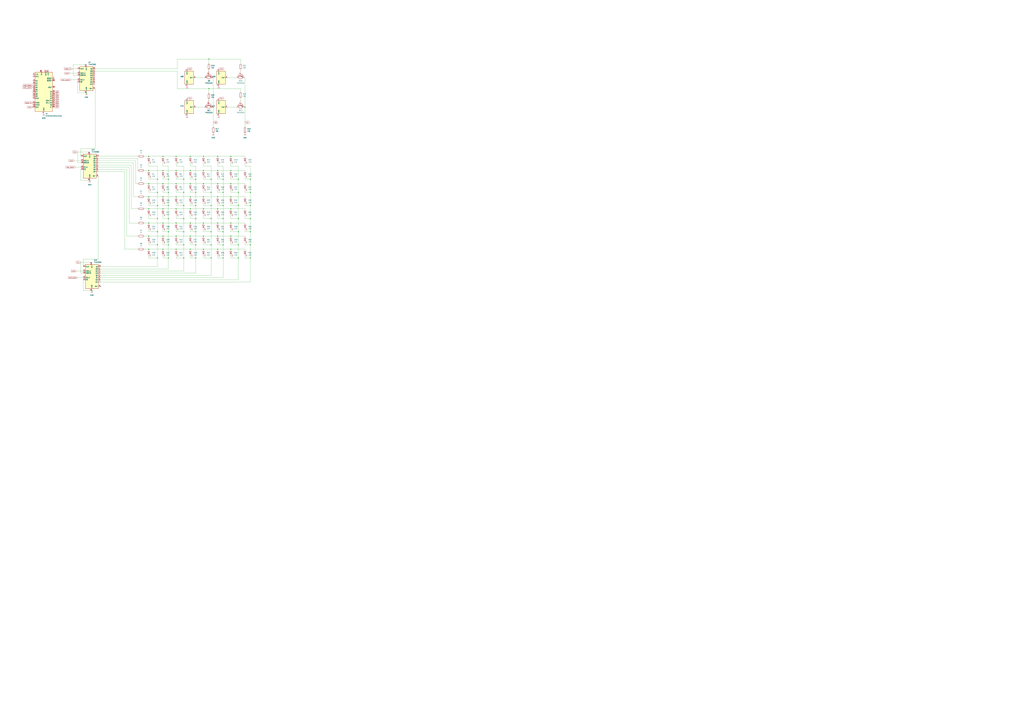
<source format=kicad_sch>
(kicad_sch (version 20230121) (generator eeschema)
  (paper "A0")
  (lib_symbols
    (symbol "74xx:74HC595"
      (property "Reference" "U" (at -7.62 13.97 0))
      (property "Value" "74HC595" (at -7.62 -16.51 0))
      (symbol "74HC595_1_0"
        (pin tri_state line (at 10.16 7.62 180) (length 2.54) (name "QB") (number "1"))
        (pin input line (at -10.16 2.54 0) (length 2.54) (name "~{SRCLR}") (number "10"))
        (pin input line (at -10.16 5.08 0) (length 2.54) (name "SRCLK") (number "11"))
        (pin input line (at -10.16 -2.54 0) (length 2.54) (name "RCLK") (number "12"))
        (pin input line (at -10.16 -5.08 0) (length 2.54) (name "~{OE}") (number "13"))
        (pin input line (at -10.16 10.16 0) (length 2.54) (name "SER") (number "14"))
        (pin tri_state line (at 10.16 10.16 180) (length 2.54) (name "QA") (number "15"))
        (pin power_in line (at 0 15.24 270) (length 2.54) (name "VCC") (number "16"))
        (pin tri_state line (at 10.16 5.08 180) (length 2.54) (name "QC") (number "2"))
        (pin tri_state line (at 10.16 2.54 180) (length 2.54) (name "QD") (number "3"))
        (pin tri_state line (at 10.16 0 180) (length 2.54) (name "QE") (number "4"))
        (pin tri_state line (at 10.16 -2.54 180) (length 2.54) (name "QF") (number "5"))
        (pin tri_state line (at 10.16 -5.08 180) (length 2.54) (name "QG") (number "6"))
        (pin tri_state line (at 10.16 -7.62 180) (length 2.54) (name "QH") (number "7"))
        (pin power_in line (at 0 -17.78 90) (length 2.54) (name "GND") (number "8"))
        (pin output line (at 10.16 -12.7 180) (length 2.54) (name "QH'") (number "9"))
      )
      (symbol "74HC595_1_1"
        (rectangle (start -7.62 12.7) (end 7.62 -15.24) (stroke (width 0.254)) (fill (type background)))
      )
    )
    (symbol "Device:LED" (pin_numbers hide) (pin_names (offset 1.016) hide)
      (property "Reference" "D" (at 0 2.54 0))
      (property "Value" "LED" (at 0 -2.54 0))
      (symbol "LED_0_1"
        (polyline (pts (xy -1.27 -1.27) (xy -1.27 1.27)) (stroke (width 0.254)))
        (polyline (pts (xy -1.27 0) (xy 1.27 0)))
        (polyline (pts (xy 1.27 -1.27) (xy 1.27 1.27) (xy -1.27 0) (xy 1.27 -1.27)) (stroke (width 0.254)))
        (polyline (pts (xy -3.048 -0.762) (xy -4.572 -2.286) (xy -3.81 -2.286) (xy -4.572 -2.286) (xy -4.572 -1.524)))
        (polyline (pts (xy -1.778 -0.762) (xy -3.302 -2.286) (xy -2.54 -2.286) (xy -3.302 -2.286) (xy -3.302 -1.524)))
      )
      (symbol "LED_1_1"
        (pin passive line (at -3.81 0 0) (length 2.54) (name "K") (number "1"))
        (pin passive line (at 3.81 0 180) (length 2.54) (name "A") (number "2"))
      )
    )
    (symbol "Device:R" (pin_numbers hide) (pin_names (offset 0))
      (property "Reference" "R" (at 2.032 0 90))
      (property "Value" "R" (at 0 0 90))
      (symbol "R_0_1"
        (rectangle (start -1.016 -2.54) (end 1.016 2.54) (stroke (width 0.254)))
      )
      (symbol "R_1_1"
        (pin passive line (at 0 3.81 270) (length 1.27) (name "~") (number "1"))
        (pin passive line (at 0 -3.81 90) (length 1.27) (name "~") (number "2"))
      )
    )
    (symbol "MCU_Module:Arduino_Nano_Every"
      (property "Reference" "A" (at -10.16 23.495 0))
      (property "Value" "Arduino_Nano_Every" (at 5.08 -24.13 0))
      (symbol "Arduino_Nano_Every_0_1"
        (rectangle (start -10.16 22.86) (end 10.16 -22.86) (stroke (width 0.254)) (fill (type background)))
      )
      (symbol "Arduino_Nano_Every_1_1"
        (pin bidirectional line (at -12.7 20.32 0) (length 2.54) (name "TX1") (number "1"))
        (pin bidirectional line (at -12.7 0 0) (length 2.54) (name "D7") (number "10"))
        (pin bidirectional line (at -12.7 -2.54 0) (length 2.54) (name "D8") (number "11"))
        (pin bidirectional line (at -12.7 -5.08 0) (length 2.54) (name "D9") (number "12"))
        (pin bidirectional line (at -12.7 -7.62 0) (length 2.54) (name "D10") (number "13"))
        (pin bidirectional line (at -12.7 -12.7 0) (length 2.54) (name "MOSI") (number "14"))
        (pin bidirectional line (at -12.7 -15.24 0) (length 2.54) (name "MISO") (number "15"))
        (pin bidirectional line (at -12.7 -17.78 0) (length 2.54) (name "SCK") (number "16"))
        (pin power_out line (at 2.54 25.4 270) (length 2.54) (name "3V3") (number "17"))
        (pin input line (at 12.7 5.08 180) (length 2.54) (name "AREF") (number "18"))
        (pin bidirectional line (at 12.7 0 180) (length 2.54) (name "A0") (number "19"))
        (pin bidirectional line (at -12.7 17.78 0) (length 2.54) (name "RX1") (number "2"))
        (pin bidirectional line (at 12.7 -2.54 180) (length 2.54) (name "A1") (number "20"))
        (pin bidirectional line (at 12.7 -5.08 180) (length 2.54) (name "A2") (number "21"))
        (pin bidirectional line (at 12.7 -7.62 180) (length 2.54) (name "A3") (number "22"))
        (pin bidirectional line (at 12.7 -10.16 180) (length 2.54) (name "SDA/A4") (number "23"))
        (pin bidirectional line (at 12.7 -12.7 180) (length 2.54) (name "SCL/A5") (number "24"))
        (pin bidirectional line (at 12.7 -15.24 180) (length 2.54) (name "A6") (number "25"))
        (pin bidirectional line (at 12.7 -17.78 180) (length 2.54) (name "A7") (number "26"))
        (pin power_out line (at 5.08 25.4 270) (length 2.54) (name "+5V") (number "27"))
        (pin input line (at 12.7 12.7 180) (length 2.54) (name "~{RESET}") (number "28"))
        (pin passive line (at 0 -25.4 90) (length 2.54) hide (name "GND") (number "29"))
        (pin input line (at 12.7 15.24 180) (length 2.54) (name "~{RESET}") (number "3"))
        (pin power_in line (at -2.54 25.4 270) (length 2.54) (name "VIN") (number "30"))
        (pin power_in line (at 0 -25.4 90) (length 2.54) (name "GND") (number "4"))
        (pin bidirectional line (at -12.7 12.7 0) (length 2.54) (name "D2") (number "5"))
        (pin bidirectional line (at -12.7 10.16 0) (length 2.54) (name "D3") (number "6"))
        (pin bidirectional line (at -12.7 7.62 0) (length 2.54) (name "D4") (number "7"))
        (pin bidirectional line (at -12.7 5.08 0) (length 2.54) (name "D5") (number "8"))
        (pin bidirectional line (at -12.7 2.54 0) (length 2.54) (name "D6") (number "9"))
      )
    )
    (symbol "Sensor_Magnetic:DRV5055A3xLPGxQ1"
      (property "Reference" "U" (at 5.08 12.7 0))
      (property "Value" "DRV5055A3xLPGxQ1" (at 7.62 10.16 0))
      (symbol "DRV5055A3xLPGxQ1_1_1"
        (rectangle (start -5.08 7.62) (end 5.08 -7.62) (stroke (width 0.254)) (fill (type background)))
        (pin power_in line (at -2.54 10.16 270) (length 2.54) (name "VCC") (number "1"))
        (pin power_in line (at -2.54 -10.16 90) (length 2.54) (name "GND") (number "2"))
        (pin output line (at 7.62 0 180) (length 2.54) (name "OUT") (number "3"))
      )
    )
    (symbol "Transistor_BJT:PN2222A" (pin_names (offset 0) hide)
      (property "Reference" "Q" (at 5.08 1.905 0))
      (property "Value" "PN2222A" (at 5.08 0 0))
      (symbol "PN2222A_0_1"
        (polyline (pts (xy 0 0) (xy 0.635 0)))
        (polyline (pts (xy 2.54 -2.54) (xy 0.635 -0.635)))
        (polyline (pts (xy 2.54 2.54) (xy 0.635 0.635)))
        (polyline (pts (xy 0.635 1.905) (xy 0.635 -1.905) (xy 0.635 -1.905)) (stroke (width 0.508)))
        (polyline (pts (xy 2.413 -2.413) (xy 1.905 -1.905) (xy 1.905 -1.905)))
        (polyline (pts (xy 1.143 -1.651) (xy 1.651 -1.143) (xy 2.159 -2.159) (xy 1.143 -1.651) (xy 1.143 -1.651)) (fill (type outline)))
        (circle (center 1.27 0) (radius 2.8194) (stroke (width 0.254)))
      )
      (symbol "PN2222A_1_1"
        (pin passive line (at 2.54 -5.08 90) (length 2.54) (name "E") (number "1"))
        (pin input line (at -5.08 0 0) (length 5.08) (name "B") (number "2"))
        (pin passive line (at 2.54 5.08 270) (length 2.54) (name "C") (number "3"))
      )
    )
    (symbol "power:GND" (power) (pin_names (offset 0))
      (property "Value" "GND" (at 0 -3.81 0))
      (symbol "GND_0_1"
        (polyline (pts (xy 0 0) (xy 0 -1.27) (xy 1.27 -1.27) (xy 0 -2.54) (xy -1.27 -1.27) (xy 0 -1.27)))
      )
      (symbol "GND_1_1"
        (pin power_in line (at 0 0 270) (length 0) hide (name "GND") (number "1"))
      )
    )
  )
  (junction (at 284.48 124.46))
  (junction (at 259.08 254))
  (junction (at 172.72 198.12))
  (junction (at 276.86 284.48))
  (junction (at 227.33 269.24))
  (junction (at 172.72 213.36))
  (junction (at 189.23 213.36))
  (junction (at 252.73 289.56))
  (junction (at 259.08 208.28))
  (junction (at 267.97 242.57))
  (junction (at 204.47 198.12))
  (junction (at 236.22 274.32))
  (junction (at 220.98 289.56))
  (junction (at 245.11 238.76))
  (junction (at 204.47 181.61))
  (junction (at 189.23 274.32))
  (junction (at 204.47 242.57))
  (junction (at 252.73 213.36))
  (junction (at 204.47 289.56))
  (junction (at 259.08 284.48))
  (junction (at 172.72 259.08))
  (junction (at 189.23 181.61))
  (junction (at 236.22 181.61))
  (junction (at 195.58 284.48))
  (junction (at 220.98 181.61))
  (junction (at 236.22 213.36))
  (junction (at 267.97 181.61))
  (junction (at 242.57 68.58))
  (junction (at 227.33 223.52))
  (junction (at 195.58 254))
  (junction (at 204.47 274.32))
  (junction (at 213.36 299.72))
  (junction (at 204.47 228.6))
  (junction (at 172.72 228.6))
  (junction (at 236.22 259.08))
  (junction (at 267.97 274.32))
  (junction (at 290.83 254))
  (junction (at 227.33 284.48))
  (junction (at 172.72 274.32))
  (junction (at 104.14 209.55))
  (junction (at 252.73 274.32))
  (junction (at 252.73 242.57))
  (junction (at 189.23 259.08))
  (junction (at 236.22 198.12))
  (junction (at 236.22 242.57))
  (junction (at 195.58 223.52))
  (junction (at 290.83 238.76))
  (junction (at 182.88 238.76))
  (junction (at 213.36 208.28))
  (junction (at 227.33 299.72))
  (junction (at 267.97 259.08))
  (junction (at 290.83 223.52))
  (junction (at 189.23 228.6))
  (junction (at 259.08 238.76))
  (junction (at 267.97 228.6))
  (junction (at 227.33 254))
  (junction (at 245.11 223.52))
  (junction (at 227.33 238.76))
  (junction (at 220.98 213.36))
  (junction (at 267.97 198.12))
  (junction (at 252.73 198.12))
  (junction (at 259.08 223.52))
  (junction (at 182.88 299.72))
  (junction (at 245.11 269.24))
  (junction (at 245.11 208.28))
  (junction (at 247.65 124.46))
  (junction (at 276.86 238.76))
  (junction (at 276.86 208.28))
  (junction (at 245.11 299.72))
  (junction (at 290.83 299.72))
  (junction (at 220.98 198.12))
  (junction (at 213.36 284.48))
  (junction (at 195.58 208.28))
  (junction (at 172.72 289.56))
  (junction (at 172.72 242.57))
  (junction (at 220.98 259.08))
  (junction (at 252.73 259.08))
  (junction (at 290.83 208.28))
  (junction (at 276.86 223.52))
  (junction (at 182.88 284.48))
  (junction (at 276.86 254))
  (junction (at 100.33 107.95))
  (junction (at 276.86 299.72))
  (junction (at 245.11 284.48))
  (junction (at 236.22 228.6))
  (junction (at 267.97 289.56))
  (junction (at 259.08 299.72))
  (junction (at 189.23 242.57))
  (junction (at 245.11 254))
  (junction (at 195.58 299.72))
  (junction (at 204.47 213.36))
  (junction (at 220.98 242.57))
  (junction (at 182.88 254))
  (junction (at 106.68 337.82))
  (junction (at 213.36 238.76))
  (junction (at 213.36 223.52))
  (junction (at 252.73 228.6))
  (junction (at 189.23 289.56))
  (junction (at 213.36 269.24))
  (junction (at 242.57 102.87))
  (junction (at 189.23 198.12))
  (junction (at 195.58 269.24))
  (junction (at 182.88 223.52))
  (junction (at 182.88 208.28))
  (junction (at 220.98 274.32))
  (junction (at 182.88 269.24))
  (junction (at 276.86 269.24))
  (junction (at 195.58 238.76))
  (junction (at 213.36 254))
  (junction (at 290.83 269.24))
  (junction (at 227.33 208.28))
  (junction (at 290.83 284.48))
  (junction (at 259.08 269.24))
  (junction (at 267.97 213.36))
  (junction (at 252.73 181.61))
  (junction (at 220.98 228.6))
  (junction (at 204.47 259.08))
  (junction (at 172.72 181.61))
  (junction (at 236.22 289.56))
  (no_connect (at 116.84 332.74))
  (wire (pts (xy 284.48 124.46) (xy 284.48 147.32)))
  (wire (pts (xy 276.86 269.24) (xy 276.86 284.48)))
  (wire (pts (xy 114.3 199.39) (xy 144.78 199.39)))
  (wire (pts (xy 116.84 317.5) (xy 227.33 317.5)))
  (wire (pts (xy 267.97 198.12) (xy 284.48 198.12)))
  (wire (pts (xy 259.08 254) (xy 259.08 269.24)))
  (wire (pts (xy 220.98 299.72) (xy 227.33 299.72)))
  (wire (pts (xy 204.47 213.36) (xy 220.98 213.36)))
  (wire (pts (xy 189.23 250.19) (xy 189.23 254)))
  (wire (pts (xy 81.28 85.09) (xy 90.17 85.09)))
  (wire (pts (xy 116.84 327.66) (xy 290.83 327.66)))
  (wire (pts (xy 85.09 74.93) (xy 100.33 74.93)))
  (wire (pts (xy 259.08 269.24) (xy 259.08 284.48)))
  (wire (pts (xy 284.48 250.19) (xy 284.48 254)))
  (wire (pts (xy 144.78 289.56) (xy 160.02 289.56)))
  (wire (pts (xy 114.3 189.23) (xy 154.94 189.23)))
  (wire (pts (xy 276.86 193.04) (xy 276.86 208.28)))
  (wire (pts (xy 189.23 198.12) (xy 204.47 198.12)))
  (wire (pts (xy 290.83 284.48) (xy 290.83 299.72)))
  (wire (pts (xy 236.22 208.28) (xy 236.22 205.74)))
  (wire (pts (xy 290.83 254) (xy 290.83 269.24)))
  (wire (pts (xy 154.94 228.6) (xy 160.02 228.6)))
  (wire (pts (xy 195.58 238.76) (xy 195.58 254)))
  (wire (pts (xy 86.36 186.69) (xy 93.98 186.69)))
  (wire (pts (xy 172.72 299.72) (xy 172.72 297.18)))
  (wire (pts (xy 284.48 269.24) (xy 290.83 269.24)))
  (wire (pts (xy 157.48 213.36) (xy 160.02 213.36)))
  (wire (pts (xy 116.84 309.88) (xy 182.88 309.88)))
  (wire (pts (xy 114.3 191.77) (xy 152.4 191.77)))
  (wire (pts (xy 204.47 284.48) (xy 213.36 284.48)))
  (wire (pts (xy 116.84 314.96) (xy 213.36 314.96)))
  (wire (pts (xy 220.98 189.23) (xy 220.98 193.04)))
  (wire (pts (xy 189.23 269.24) (xy 195.58 269.24)))
  (wire (pts (xy 236.22 189.23) (xy 236.22 193.04)))
  (wire (pts (xy 189.23 238.76) (xy 195.58 238.76)))
  (wire (pts (xy 284.48 269.24) (xy 284.48 266.7)))
  (wire (pts (xy 236.22 223.52) (xy 236.22 220.98)))
  (wire (pts (xy 220.98 269.24) (xy 227.33 269.24)))
  (wire (pts (xy 252.73 238.76) (xy 252.73 236.22)))
  (wire (pts (xy 189.23 289.56) (xy 204.47 289.56)))
  (wire (pts (xy 284.48 254) (xy 290.83 254)))
  (wire (pts (xy 182.88 269.24) (xy 182.88 284.48)))
  (wire (pts (xy 252.73 208.28) (xy 252.73 205.74)))
  (wire (pts (xy 220.98 254) (xy 227.33 254)))
  (wire (pts (xy 227.33 269.24) (xy 227.33 284.48)))
  (wire (pts (xy 116.84 325.12) (xy 276.86 325.12)))
  (wire (pts (xy 220.98 193.04) (xy 227.33 193.04)))
  (wire (pts (xy 213.36 193.04) (xy 204.47 193.04)))
  (wire (pts (xy 284.48 193.04) (xy 290.83 193.04)))
  (wire (pts (xy 252.73 181.61) (xy 267.97 181.61)))
  (wire (pts (xy 213.36 254) (xy 213.36 269.24)))
  (wire (pts (xy 252.73 213.36) (xy 267.97 213.36)))
  (wire (pts (xy 252.73 223.52) (xy 259.08 223.52)))
  (wire (pts (xy 252.73 269.24) (xy 259.08 269.24)))
  (wire (pts (xy 220.98 208.28) (xy 220.98 205.74)))
  (wire (pts (xy 189.23 242.57) (xy 204.47 242.57)))
  (wire (pts (xy 267.97 254) (xy 276.86 254)))
  (wire (pts (xy 116.84 320.04) (xy 245.11 320.04)))
  (wire (pts (xy 83.82 80.01) (xy 90.17 80.01)))
  (wire (pts (xy 242.57 116.84) (xy 242.57 115.57)))
  (wire (pts (xy 267.97 250.19) (xy 267.97 254)))
  (wire (pts (xy 259.08 193.04) (xy 259.08 208.28)))
  (wire (pts (xy 284.48 223.52) (xy 290.83 223.52)))
  (wire (pts (xy 204.47 269.24) (xy 204.47 266.7)))
  (wire (pts (xy 147.32 196.85) (xy 147.32 274.32)))
  (wire (pts (xy 236.22 242.57) (xy 252.73 242.57)))
  (wire (pts (xy 252.73 269.24) (xy 252.73 266.7)))
  (wire (pts (xy 267.97 208.28) (xy 267.97 205.74)))
  (wire (pts (xy 267.97 284.48) (xy 276.86 284.48)))
  (wire (pts (xy 290.83 238.76) (xy 290.83 254)))
  (wire (pts (xy 227.33 284.48) (xy 227.33 299.72)))
  (wire (pts (xy 220.98 223.52) (xy 227.33 223.52)))
  (wire (pts (xy 252.73 193.04) (xy 259.08 193.04)))
  (wire (pts (xy 213.36 314.96) (xy 213.36 299.72)))
  (wire (pts (xy 284.48 284.48) (xy 284.48 281.94)))
  (wire (pts (xy 182.88 193.04) (xy 182.88 208.28)))
  (wire (pts (xy 252.73 284.48) (xy 252.73 281.94)))
  (wire (pts (xy 236.22 289.56) (xy 252.73 289.56)))
  (wire (pts (xy 172.72 284.48) (xy 172.72 281.94)))
  (wire (pts (xy 242.57 102.87) (xy 279.4 102.87)))
  (wire (pts (xy 195.58 193.04) (xy 195.58 208.28)))
  (wire (pts (xy 172.72 254) (xy 182.88 254)))
  (wire (pts (xy 172.72 208.28) (xy 182.88 208.28)))
  (wire (pts (xy 93.98 317.5) (xy 96.52 317.5)))
  (wire (pts (xy 167.64 181.61) (xy 172.72 181.61)))
  (wire (pts (xy 242.57 82.55) (xy 242.57 81.28)))
  (wire (pts (xy 252.73 250.19) (xy 252.73 254)))
  (wire (pts (xy 204.47 274.32) (xy 220.98 274.32)))
  (wire (pts (xy 189.23 189.23) (xy 189.23 193.04)))
  (wire (pts (xy 160.02 184.15) (xy 160.02 198.12)))
  (wire (pts (xy 195.58 312.42) (xy 195.58 299.72)))
  (wire (pts (xy 245.11 254) (xy 236.22 254)))
  (wire (pts (xy 267.97 259.08) (xy 284.48 259.08)))
  (wire (pts (xy 284.48 189.23) (xy 284.48 193.04)))
  (wire (pts (xy 220.98 289.56) (xy 236.22 289.56)))
  (wire (pts (xy 114.3 186.69) (xy 157.48 186.69)))
  (wire (pts (xy 154.94 189.23) (xy 154.94 228.6)))
  (wire (pts (xy 189.23 269.24) (xy 189.23 266.7)))
  (wire (pts (xy 276.86 254) (xy 276.86 269.24)))
  (wire (pts (xy 220.98 238.76) (xy 227.33 238.76)))
  (wire (pts (xy 147.32 274.32) (xy 160.02 274.32)))
  (wire (pts (xy 104.14 176.53) (xy 90.17 176.53)))
  (wire (pts (xy 93.98 209.55) (xy 104.14 209.55)))
  (wire (pts (xy 172.72 269.24) (xy 182.88 269.24)))
  (wire (pts (xy 227.33 254) (xy 227.33 269.24)))
  (wire (pts (xy 236.22 223.52) (xy 245.11 223.52)))
  (wire (pts (xy 204.47 238.76) (xy 204.47 236.22)))
  (wire (pts (xy 284.48 284.48) (xy 290.83 284.48)))
  (wire (pts (xy 279.4 106.68) (xy 279.4 102.87)))
  (wire (pts (xy 220.98 208.28) (xy 227.33 208.28)))
  (wire (pts (xy 189.23 208.28) (xy 195.58 208.28)))
  (wire (pts (xy 204.47 181.61) (xy 220.98 181.61)))
  (wire (pts (xy 204.47 223.52) (xy 213.36 223.52)))
  (wire (pts (xy 172.72 238.76) (xy 182.88 238.76)))
  (wire (pts (xy 252.73 259.08) (xy 267.97 259.08)))
  (wire (pts (xy 172.72 223.52) (xy 172.72 220.98)))
  (wire (pts (xy 220.98 223.52) (xy 220.98 220.98)))
  (wire (pts (xy 276.86 284.48) (xy 276.86 299.72)))
  (wire (pts (xy 252.73 238.76) (xy 259.08 238.76)))
  (wire (pts (xy 90.17 176.53) (xy 90.17 189.23)))
  (wire (pts (xy 267.97 299.72) (xy 267.97 297.18)))
  (wire (pts (xy 85.09 87.63) (xy 85.09 74.93)))
  (wire (pts (xy 236.22 228.6) (xy 252.73 228.6)))
  (wire (pts (xy 116.84 322.58) (xy 259.08 322.58)))
  (wire (pts (xy 172.72 269.24) (xy 172.72 266.7)))
  (wire (pts (xy 267.97 242.57) (xy 284.48 242.57)))
  (wire (pts (xy 213.36 223.52) (xy 213.36 238.76)))
  (wire (pts (xy 110.49 172.72) (xy 93.98 172.72)))
  (wire (pts (xy 267.97 238.76) (xy 267.97 236.22)))
  (wire (pts (xy 149.86 259.08) (xy 160.02 259.08)))
  (wire (pts (xy 276.86 325.12) (xy 276.86 299.72)))
  (wire (pts (xy 157.48 186.69) (xy 157.48 213.36)))
  (wire (pts (xy 172.72 213.36) (xy 189.23 213.36)))
  (wire (pts (xy 167.64 289.56) (xy 172.72 289.56)))
  (wire (pts (xy 236.22 269.24) (xy 236.22 266.7)))
  (wire (pts (xy 276.86 238.76) (xy 276.86 254)))
  (wire (pts (xy 252.73 223.52) (xy 252.73 220.98)))
  (wire (pts (xy 259.08 238.76) (xy 259.08 254)))
  (wire (pts (xy 220.98 250.19) (xy 220.98 254)))
  (wire (pts (xy 290.83 269.24) (xy 290.83 284.48)))
  (wire (pts (xy 267.97 269.24) (xy 276.86 269.24)))
  (wire (pts (xy 205.74 80.01) (xy 110.49 80.01)))
  (wire (pts (xy 227.33 208.28) (xy 227.33 223.52)))
  (wire (pts (xy 90.17 322.58) (xy 96.52 322.58)))
  (wire (pts (xy 276.86 208.28) (xy 276.86 223.52)))
  (wire (pts (xy 114.3 196.85) (xy 147.32 196.85)))
  (wire (pts (xy 236.22 299.72) (xy 236.22 297.18)))
  (wire (pts (xy 90.17 87.63) (xy 85.09 87.63)))
  (wire (pts (xy 259.08 322.58) (xy 259.08 299.72)))
  (wire (pts (xy 252.73 299.72) (xy 259.08 299.72)))
  (wire (pts (xy 114.3 194.31) (xy 149.86 194.31)))
  (wire (pts (xy 189.23 208.28) (xy 189.23 205.74)))
  (wire (pts (xy 264.16 90.17) (xy 274.32 90.17)))
  (wire (pts (xy 252.73 274.32) (xy 267.97 274.32)))
  (wire (pts (xy 189.23 181.61) (xy 204.47 181.61)))
  (wire (pts (xy 96.52 300.99) (xy 114.3 300.99)))
  (wire (pts (xy 220.98 274.32) (xy 236.22 274.32)))
  (wire (pts (xy 189.23 254) (xy 195.58 254)))
  (wire (pts (xy 106.68 304.8) (xy 93.98 304.8)))
  (wire (pts (xy 252.73 254) (xy 259.08 254)))
  (wire (pts (xy 279.4 82.55) (xy 279.4 81.28)))
  (wire (pts (xy 213.36 269.24) (xy 213.36 284.48)))
  (wire (pts (xy 204.47 299.72) (xy 213.36 299.72)))
  (wire (pts (xy 90.17 95.25) (xy 90.17 107.95)))
  (wire (pts (xy 236.22 238.76) (xy 236.22 236.22)))
  (wire (pts (xy 245.11 269.24) (xy 245.11 284.48)))
  (wire (pts (xy 236.22 299.72) (xy 245.11 299.72)))
  (wire (pts (xy 290.83 223.52) (xy 290.83 238.76)))
  (wire (pts (xy 172.72 198.12) (xy 189.23 198.12)))
  (wire (pts (xy 236.22 208.28) (xy 245.11 208.28)))
  (wire (pts (xy 93.98 196.85) (xy 93.98 209.55)))
  (wire (pts (xy 195.58 223.52) (xy 195.58 238.76)))
  (wire (pts (xy 245.11 208.28) (xy 245.11 223.52)))
  (wire (pts (xy 189.23 228.6) (xy 204.47 228.6)))
  (wire (pts (xy 259.08 208.28) (xy 259.08 223.52)))
  (wire (pts (xy 290.83 208.28) (xy 290.83 223.52)))
  (wire (pts (xy 172.72 274.32) (xy 189.23 274.32)))
  (wire (pts (xy 172.72 205.74) (xy 172.72 208.28)))
  (wire (pts (xy 279.4 73.66) (xy 279.4 68.58)))
  (wire (pts (xy 213.36 193.04) (xy 213.36 208.28)))
  (wire (pts (xy 204.47 198.12) (xy 220.98 198.12)))
  (wire (pts (xy 182.88 208.28) (xy 182.88 223.52)))
  (wire (pts (xy 116.84 312.42) (xy 195.58 312.42)))
  (wire (pts (xy 242.57 73.66) (xy 242.57 68.58)))
  (wire (pts (xy 189.23 299.72) (xy 195.58 299.72)))
  (wire (pts (xy 93.98 304.8) (xy 93.98 317.5)))
  (wire (pts (xy 204.47 259.08) (xy 220.98 259.08)))
  (wire (pts (xy 204.47 289.56) (xy 220.98 289.56)))
  (wire (pts (xy 204.47 284.48) (xy 204.47 281.94)))
  (wire (pts (xy 247.65 124.46) (xy 247.65 147.32)))
  (wire (pts (xy 252.73 228.6) (xy 267.97 228.6)))
  (wire (pts (xy 189.23 238.76) (xy 189.23 236.22)))
  (wire (pts (xy 259.08 223.52) (xy 259.08 238.76)))
  (wire (pts (xy 284.48 208.28) (xy 290.83 208.28)))
  (wire (pts (xy 172.72 250.19) (xy 172.72 254)))
  (wire (pts (xy 152.4 191.77) (xy 152.4 242.57)))
  (wire (pts (xy 220.98 198.12) (xy 236.22 198.12)))
  (wire (pts (xy 267.97 189.23) (xy 267.97 193.04)))
  (wire (pts (xy 227.33 223.52) (xy 227.33 238.76)))
  (wire (pts (xy 204.47 238.76) (xy 213.36 238.76)))
  (wire (pts (xy 245.11 320.04) (xy 245.11 299.72)))
  (wire (pts (xy 204.47 250.19) (xy 204.47 254)))
  (wire (pts (xy 205.74 82.55) (xy 205.74 102.87)))
  (wire (pts (xy 182.88 223.52) (xy 182.88 238.76)))
  (wire (pts (xy 205.74 68.58) (xy 205.74 80.01)))
  (wire (pts (xy 172.72 238.76) (xy 172.72 236.22)))
  (wire (pts (xy 245.11 193.04) (xy 245.11 208.28)))
  (wire (pts (xy 204.47 299.72) (xy 204.47 297.18)))
  (wire (pts (xy 189.23 274.32) (xy 204.47 274.32)))
  (wire (pts (xy 204.47 189.23) (xy 204.47 193.04)))
  (wire (pts (xy 93.98 172.72) (xy 93.98 181.61)))
  (wire (pts (xy 236.22 198.12) (xy 252.73 198.12)))
  (wire (pts (xy 213.36 208.28) (xy 213.36 223.52)))
  (wire (pts (xy 144.78 199.39) (xy 144.78 289.56)))
  (wire (pts (xy 204.47 242.57) (xy 220.98 242.57)))
  (wire (pts (xy 284.48 208.28) (xy 284.48 205.74)))
  (wire (pts (xy 259.08 284.48) (xy 259.08 299.72)))
  (wire (pts (xy 236.22 250.19) (xy 236.22 254)))
  (wire (pts (xy 252.73 284.48) (xy 259.08 284.48)))
  (wire (pts (xy 90.17 107.95) (xy 100.33 107.95)))
  (wire (pts (xy 252.73 189.23) (xy 252.73 193.04)))
  (wire (pts (xy 204.47 228.6) (xy 220.98 228.6)))
  (wire (pts (xy 236.22 181.61) (xy 252.73 181.61)))
  (wire (pts (xy 167.64 274.32) (xy 172.72 274.32)))
  (wire (pts (xy 114.3 204.47) (xy 114.3 300.99)))
  (wire (pts (xy 213.36 284.48) (xy 213.36 299.72)))
  (wire (pts (xy 195.58 254) (xy 195.58 269.24)))
  (wire (pts (xy 227.33 193.04) (xy 227.33 208.28)))
  (wire (pts (xy 236.22 284.48) (xy 236.22 281.94)))
  (wire (pts (xy 195.58 208.28) (xy 195.58 223.52)))
  (wire (pts (xy 252.73 242.57) (xy 267.97 242.57)))
  (wire (pts (xy 227.33 317.5) (xy 227.33 299.72)))
  (wire (pts (xy 152.4 242.57) (xy 160.02 242.57)))
  (wire (pts (xy 189.23 223.52) (xy 189.23 220.98)))
  (wire (pts (xy 290.83 327.66) (xy 290.83 299.72)))
  (wire (pts (xy 195.58 269.24) (xy 195.58 284.48)))
  (wire (pts (xy 242.57 107.95) (xy 242.57 102.87)))
  (wire (pts (xy 189.23 284.48) (xy 195.58 284.48)))
  (wire (pts (xy 110.49 102.87) (xy 110.49 172.72)))
  (wire (pts (xy 96.52 337.82) (xy 106.68 337.82)))
  (wire (pts (xy 267.97 213.36) (xy 284.48 213.36)))
  (wire (pts (xy 167.64 259.08) (xy 172.72 259.08)))
  (wire (pts (xy 252.73 289.56) (xy 267.97 289.56)))
  (wire (pts (xy 172.72 299.72) (xy 182.88 299.72)))
  (wire (pts (xy 204.47 269.24) (xy 213.36 269.24)))
  (wire (pts (xy 172.72 181.61) (xy 189.23 181.61)))
  (wire (pts (xy 236.22 238.76) (xy 245.11 238.76)))
  (wire (pts (xy 245.11 193.04) (xy 236.22 193.04)))
  (wire (pts (xy 220.98 181.61) (xy 236.22 181.61)))
  (wire (pts (xy 290.83 193.04) (xy 290.83 208.28)))
  (wire (pts (xy 252.73 198.12) (xy 267.97 198.12)))
  (wire (pts (xy 189.23 223.52) (xy 195.58 223.52)))
  (wire (pts (xy 82.55 92.71) (xy 90.17 92.71)))
  (wire (pts (xy 252.73 208.28) (xy 259.08 208.28)))
  (wire (pts (xy 87.63 194.31) (xy 93.98 194.31)))
  (wire (pts (xy 276.86 223.52) (xy 276.86 238.76)))
  (wire (pts (xy 252.73 299.72) (xy 252.73 297.18)))
  (wire (pts (xy 213.36 254) (xy 204.47 254)))
  (wire (pts (xy 276.86 193.04) (xy 267.97 193.04)))
  (wire (pts (xy 284.48 223.52) (xy 284.48 220.98)))
  (wire (pts (xy 172.72 193.04) (xy 182.88 193.04)))
  (wire (pts (xy 267.97 269.24) (xy 267.97 266.7)))
  (wire (pts (xy 284.48 238.76) (xy 284.48 236.22)))
  (wire (pts (xy 227.33 90.17) (xy 237.49 90.17)))
  (wire (pts (xy 88.9 314.96) (xy 96.52 314.96)))
  (wire (pts (xy 220.98 284.48) (xy 227.33 284.48)))
  (wire (pts (xy 264.16 124.46) (xy 274.32 124.46)))
  (wire (pts (xy 284.48 238.76) (xy 290.83 238.76)))
  (wire (pts (xy 167.64 242.57) (xy 172.72 242.57)))
  (wire (pts (xy 189.23 299.72) (xy 189.23 297.18)))
  (wire (pts (xy 242.57 68.58) (xy 279.4 68.58)))
  (wire (pts (xy 172.72 223.52) (xy 182.88 223.52)))
  (wire (pts (xy 245.11 238.76) (xy 245.11 254)))
  (wire (pts (xy 149.86 194.31) (xy 149.86 259.08)))
  (wire (pts (xy 227.33 238.76) (xy 227.33 254)))
  (wire (pts (xy 267.97 223.52) (xy 276.86 223.52)))
  (wire (pts (xy 220.98 213.36) (xy 236.22 213.36)))
  (wire (pts (xy 213.36 238.76) (xy 213.36 254)))
  (wire (pts (xy 267.97 238.76) (xy 276.86 238.76)))
  (wire (pts (xy 220.98 259.08) (xy 236.22 259.08)))
  (wire (pts (xy 220.98 242.57) (xy 236.22 242.57)))
  (wire (pts (xy 167.64 198.12) (xy 172.72 198.12)))
  (wire (pts (xy 267.97 289.56) (xy 284.48 289.56)))
  (wire (pts (xy 236.22 259.08) (xy 252.73 259.08)))
  (wire (pts (xy 267.97 284.48) (xy 267.97 281.94)))
  (wire (pts (xy 172.72 284.48) (xy 182.88 284.48)))
  (wire (pts (xy 220.98 284.48) (xy 220.98 281.94)))
  (wire (pts (xy 195.58 284.48) (xy 195.58 299.72)))
  (wire (pts (xy 236.22 269.24) (xy 245.11 269.24)))
  (wire (pts (xy 172.72 259.08) (xy 189.23 259.08)))
  (wire (pts (xy 247.65 90.17) (xy 247.65 124.46)))
  (wire (pts (xy 172.72 242.57) (xy 189.23 242.57)))
  (wire (pts (xy 189.23 284.48) (xy 189.23 281.94)))
  (wire (pts (xy 236.22 284.48) (xy 245.11 284.48)))
  (wire (pts (xy 279.4 116.84) (xy 279.4 114.3)))
  (wire (pts (xy 167.64 213.36) (xy 172.72 213.36)))
  (wire (pts (xy 205.74 102.87) (xy 242.57 102.87)))
  (wire (pts (xy 114.3 184.15) (xy 160.02 184.15)))
  (wire (pts (xy 267.97 274.32) (xy 284.48 274.32)))
  (wire (pts (xy 172.72 189.23) (xy 172.72 193.04)))
  (wire (pts (xy 245.11 254) (xy 245.11 269.24)))
  (wire (pts (xy 204.47 223.52) (xy 204.47 220.98)))
  (wire (pts (xy 284.48 299.72) (xy 290.83 299.72)))
  (wire (pts (xy 172.72 228.6) (xy 189.23 228.6)))
  (wire (pts (xy 182.88 238.76) (xy 182.88 254)))
  (wire (pts (xy 236.22 213.36) (xy 252.73 213.36)))
  (wire (pts (xy 267.97 223.52) (xy 267.97 220.98)))
  (wire (pts (xy 182.88 309.88) (xy 182.88 299.72)))
  (wire (pts (xy 189.23 213.36) (xy 204.47 213.36)))
  (wire (pts (xy 96.52 325.12) (xy 96.52 337.82)))
  (wire (pts (xy 114.3 181.61) (xy 160.02 181.61)))
  (wire (pts (xy 284.48 90.17) (xy 284.48 124.46)))
  (wire (pts (xy 267.97 299.72) (xy 276.86 299.72)))
  (wire (pts (xy 267.97 181.61) (xy 284.48 181.61)))
  (wire (pts (xy 267.97 208.28) (xy 276.86 208.28)))
  (wire (pts (xy 245.11 223.52) (xy 245.11 238.76)))
  (wire (pts (xy 172.72 289.56) (xy 189.23 289.56)))
  (wire (pts (xy 182.88 254) (xy 182.88 269.24)))
  (wire (pts (xy 204.47 208.28) (xy 204.47 205.74)))
  (wire (pts (xy 236.22 274.32) (xy 252.73 274.32)))
  (wire (pts (xy 189.23 193.04) (xy 195.58 193.04)))
  (wire (pts (xy 284.48 299.72) (xy 284.48 297.18)))
  (wire (pts (xy 204.47 208.28) (xy 213.36 208.28)))
  (wire (pts (xy 110.49 82.55) (xy 205.74 82.55)))
  (wire (pts (xy 167.64 228.6) (xy 172.72 228.6)))
  (wire (pts (xy 245.11 284.48) (xy 245.11 299.72)))
  (wire (pts (xy 90.17 189.23) (xy 93.98 189.23)))
  (wire (pts (xy 220.98 299.72) (xy 220.98 297.18)))
  (wire (pts (xy 205.74 68.58) (xy 242.57 68.58)))
  (wire (pts (xy 227.33 124.46) (xy 237.49 124.46)))
  (wire (pts (xy 267.97 228.6) (xy 284.48 228.6)))
  (wire (pts (xy 220.98 269.24) (xy 220.98 266.7)))
  (wire (pts (xy 189.23 259.08) (xy 204.47 259.08)))
  (wire (pts (xy 220.98 238.76) (xy 220.98 236.22)))
  (wire (pts (xy 182.88 284.48) (xy 182.88 299.72)))
  (wire (pts (xy 96.52 300.99) (xy 96.52 309.88)))
  (wire (pts (xy 220.98 228.6) (xy 236.22 228.6)))
  (global_label "A7" (shape input) (at 63.5 124.46 0) (property "Intersheetrefs" "${INTERSHEET_REFS}" (effects hide)))
  (global_label "data_in" (shape input) (at 38.1 119.38 180) (property "Intersheetrefs" "${INTERSHEET_REFS}" (effects hide)))
  (global_label "A1" (shape input) (at 63.5 109.22 0) (property "Intersheetrefs" "${INTERSHEET_REFS}" (effects hide)))
  (global_label "A6" (shape input) (at 63.5 121.92 0) (property "Intersheetrefs" "${INTERSHEET_REFS}" (effects hide)))
  (global_label "A5" (shape input) (at 63.5 119.38 0) (property "Intersheetrefs" "${INTERSHEET_REFS}" (effects hide)))
  (global_label "led_latch" (shape input) (at 90.17 322.58 180) (property "Intersheetrefs" "${INTERSHEET_REFS}" (effects hide)))
  (global_label "A0" (shape input) (at 247.65 142.24 0) (property "Intersheetrefs" "${INTERSHEET_REFS}" (effects hide)))
  (global_label "A3" (shape input) (at 63.5 114.3 0) (property "Intersheetrefs" "${INTERSHEET_REFS}" (effects hide)))
  (global_label "Vcc" (shape input) (at 217.17 80.01 0) (property "Intersheetrefs" "${INTERSHEET_REFS}" (effects hide)))
  (global_label "clck" (shape input) (at 81.28 85.09 180) (property "Intersheetrefs" "${INTERSHEET_REFS}" (effects hide)))
  (global_label "Vcc" (shape input) (at 90.17 176.53 180) (property "Intersheetrefs" "${INTERSHEET_REFS}" (effects hide)))
  (global_label "clck" (shape input) (at 38.1 124.46 180) (property "Intersheetrefs" "${INTERSHEET_REFS}" (effects hide)))
  (global_label "A4" (shape input) (at 63.5 116.84 0) (property "Intersheetrefs" "${INTERSHEET_REFS}" (effects hide)))
  (global_label "clck" (shape input) (at 88.9 314.96 180) (property "Intersheetrefs" "${INTERSHEET_REFS}" (effects hide)))
  (global_label "A2" (shape input) (at 63.5 111.76 0) (property "Intersheetrefs" "${INTERSHEET_REFS}" (effects hide)))
  (global_label "A1" (shape input) (at 284.48 142.24 0) (property "Intersheetrefs" "${INTERSHEET_REFS}" (effects hide)))
  (global_label "data_in" (shape input) (at 83.82 80.01 180) (property "Intersheetrefs" "${INTERSHEET_REFS}" (effects hide)))
  (global_label "Vcc" (shape input) (at 254 114.3 0) (property "Intersheetrefs" "${INTERSHEET_REFS}" (effects hide)))
  (global_label "Vcc" (shape input) (at 254 80.01 0) (property "Intersheetrefs" "${INTERSHEET_REFS}" (effects hide)))
  (global_label "Vcc" (shape input) (at 93.98 304.8 180) (property "Intersheetrefs" "${INTERSHEET_REFS}" (effects hide)))
  (global_label "A0" (shape input) (at 63.5 106.68 0) (property "Intersheetrefs" "${INTERSHEET_REFS}" (effects hide)))
  (global_label "clck" (shape input) (at 86.36 186.69 180) (property "Intersheetrefs" "${INTERSHEET_REFS}" (effects hide)))
  (global_label "led_latch" (shape input) (at 87.63 194.31 180) (property "Intersheetrefs" "${INTERSHEET_REFS}" (effects hide)))
  (global_label "hall_latch" (shape input) (at 82.55 92.71 180) (property "Intersheetrefs" "${INTERSHEET_REFS}" (effects hide)))
  (global_label "Vcc" (shape input) (at 217.17 114.3 0) (property "Intersheetrefs" "${INTERSHEET_REFS}" (effects hide)))
  (global_label "hall_latch" (shape input) (at 38.1 101.6 180) (property "Intersheetrefs" "${INTERSHEET_REFS}" (effects hide)))
  (global_label "led_latch" (shape input) (at 38.1 99.06 180) (property "Intersheetrefs" "${INTERSHEET_REFS}" (effects hide)))
  (symbol (lib_id "Device:R") (at 247.65 151.13 0) (unit 1)
    (property "Reference" "R17" (at 250.19 149.86 0) (effects (justify left)))
    (property "Value" "10k" (at 250.19 152.4 0) (effects (justify left)))
  )
  (symbol (lib_id "Device:LED") (at 267.97 246.38 90) (unit 1)
    (property "Reference" "D57" (at 271.78 246.6975 90) (effects (justify right)))
    (property "Value" "LED" (at 271.78 249.2375 90) (effects (justify right)))
  )
  (symbol (lib_id "Device:R") (at 163.83 213.36 90) (unit 1)
    (property "Reference" "R3" (at 163.83 207.01 90))
    (property "Value" "R" (at 163.83 209.55 90))
  )
  (symbol (lib_id "power:GND") (at 50.8 132.08 0) (unit 1)
    (property "Reference" "#PWR05" (effects hide))
    (property "Value" "GND" (at 50.8 137.16 0))
  )
  (symbol (lib_id "Device:LED") (at 189.23 217.17 90) (unit 1)
    (property "Reference" "D8" (at 193.04 217.4875 90) (effects (justify right)))
    (property "Value" "LED" (at 193.04 220.0275 90) (effects (justify right)))
  )
  (symbol (lib_id "Device:LED") (at 252.73 262.89 90) (unit 1)
    (property "Reference" "D54" (at 256.54 263.2075 90) (effects (justify right)))
    (property "Value" "LED" (at 256.54 265.7475 90) (effects (justify right)))
  )
  (symbol (lib_id "Device:LED") (at 252.73 185.42 90) (unit 1)
    (property "Reference" "D16" (at 256.54 185.7375 90) (effects (justify right)))
    (property "Value" "LED" (at 256.54 188.2775 90) (effects (justify right)))
  )
  (symbol (lib_id "Transistor_BJT:PN2222A") (at 242.57 87.63 90) (mirror x) (unit 1)
    (property "Reference" "Q9" (at 242.57 93.98 90))
    (property "Value" "PN2222A" (at 242.57 96.52 90))
    (property "Footprint" "Package_TO_SOT_THT:TO-92_Inline" (effects hide))
    (property "Datasheet" "https://www.onsemi.com/pub/Collateral/PN2222-D.PDF" (effects hide))
  )
  (symbol (lib_id "MCU_Module:Arduino_Nano_Every") (at 50.8 106.68 0) (unit 1)
    (property "Reference" "A1" (at 52.9941 132.08 0) (effects (justify left)))
    (property "Value" "Arduino_Nano_Every" (at 52.9941 134.62 0) (effects (justify left)))
    (property "Footprint" "Module:Arduino_Nano" (effects hide))
    (property "Datasheet" "https://content.arduino.cc/assets/NANOEveryV3.0_sch.pdf" (effects hide))
  )
  (symbol (lib_id "Device:LED") (at 204.47 185.42 90) (unit 1)
    (property "Reference" "D3" (at 208.28 185.7375 90) (effects (justify right)))
    (property "Value" "LED" (at 208.28 188.2775 90) (effects (justify right)))
  )
  (symbol (lib_id "Device:LED") (at 220.98 293.37 90) (unit 1)
    (property "Reference" "D48" (at 224.79 293.6875 90) (effects (justify right)))
    (property "Value" "LED" (at 224.79 296.2275 90) (effects (justify right)))
  )
  (symbol (lib_id "Device:LED") (at 204.47 278.13 90) (unit 1)
    (property "Reference" "D43" (at 208.28 278.4475 90) (effects (justify right)))
    (property "Value" "LED" (at 208.28 280.9875 90) (effects (justify right)))
  )
  (symbol (lib_id "Sensor_Magnetic:DRV5055A3xLPGxQ1") (at 256.54 124.46 0) (unit 1)
    (property "Reference" "U71" (at 250.19 123.19 0) (effects (justify right)))
    (property "Value" "DRV5055A3xLPGxQ1" (effects hide))
    (property "Footprint" "Package_TO_SOT_SMD:SOT-23W_Handsoldering" (effects hide))
    (property "Datasheet" "https://www.ti.com/lit/ds/symlink/drv5055-q1.pdf" (effects hide))
  )
  (symbol (lib_id "Device:LED") (at 284.48 232.41 90) (unit 1)
    (property "Reference" "D32" (at 288.29 232.7275 90) (effects (justify right)))
    (property "Value" "LED" (at 288.29 235.2675 90) (effects (justify right)))
  )
  (symbol (lib_id "Device:LED") (at 267.97 278.13 90) (unit 1)
    (property "Reference" "D59" (at 271.78 278.4475 90) (effects (justify right)))
    (property "Value" "LED" (at 271.78 280.9875 90) (effects (justify right)))
  )
  (symbol (lib_id "power:GND") (at 284.48 154.94 0) (unit 1)
    (property "Reference" "#PWR018" (effects hide))
    (property "Value" "GND" (at 284.48 160.02 0))
  )
  (symbol (lib_id "Device:LED") (at 204.47 246.38 90) (unit 1)
    (property "Reference" "D41" (at 208.28 246.6975 90) (effects (justify right)))
    (property "Value" "LED" (at 208.28 249.2375 90) (effects (justify right)))
  )
  (symbol (lib_id "Device:R") (at 163.83 228.6 90) (unit 1)
    (property "Reference" "R4" (at 163.83 222.25 90))
    (property "Value" "R" (at 163.83 224.79 90))
  )
  (symbol (lib_id "Device:LED") (at 284.48 185.42 90) (unit 1)
    (property "Reference" "D22" (at 288.29 185.7375 90) (effects (justify right)))
    (property "Value" "LED" (at 288.29 188.2775 90) (effects (justify right)))
  )
  (symbol (lib_id "power:GND") (at 247.65 154.94 0) (unit 1)
    (property "Reference" "#PWR017" (effects hide))
    (property "Value" "GND" (at 247.65 160.02 0))
  )
  (symbol (lib_id "Device:LED") (at 189.23 185.42 90) (unit 1)
    (property "Reference" "D2" (at 193.04 185.7375 90) (effects (justify right)))
    (property "Value" "LED" (at 193.04 188.2775 90) (effects (justify right)))
  )
  (symbol (lib_id "Device:LED") (at 252.73 278.13 90) (unit 1)
    (property "Reference" "D55" (at 256.54 278.4475 90) (effects (justify right)))
    (property "Value" "LED" (at 256.54 280.9875 90) (effects (justify right)))
  )
  (symbol (lib_id "Device:LED") (at 220.98 278.13 90) (unit 1)
    (property "Reference" "D47" (at 224.79 278.4475 90) (effects (justify right)))
    (property "Value" "LED" (at 224.79 280.9875 90) (effects (justify right)))
  )
  (symbol (lib_id "Device:LED") (at 220.98 246.38 90) (unit 1)
    (property "Reference" "D45" (at 224.79 246.6975 90) (effects (justify right)))
    (property "Value" "LED" (at 224.79 249.2375 90) (effects (justify right)))
  )
  (symbol (lib_id "Device:LED") (at 172.72 262.89 90) (unit 1)
    (property "Reference" "D34" (at 176.53 263.2075 90) (effects (justify right)))
    (property "Value" "LED" (at 176.53 265.7475 90) (effects (justify right)))
  )
  (symbol (lib_id "Device:LED") (at 204.47 217.17 90) (unit 1)
    (property "Reference" "D9" (at 208.28 217.4875 90) (effects (justify right)))
    (property "Value" "LED" (at 208.28 220.0275 90) (effects (justify right)))
  )
  (symbol (lib_id "Device:LED") (at 220.98 217.17 90) (unit 1)
    (property "Reference" "D12" (at 224.79 217.4875 90) (effects (justify right)))
    (property "Value" "LED" (at 224.79 220.0275 90) (effects (justify right)))
  )
  (symbol (lib_id "Device:LED") (at 252.73 232.41 90) (unit 1)
    (property "Reference" "D30" (at 256.54 232.7275 90) (effects (justify right)))
    (property "Value" "LED" (at 256.54 235.2675 90) (effects (justify right)))
  )
  (symbol (lib_id "Device:LED") (at 236.22 262.89 90) (unit 1)
    (property "Reference" "D50" (at 240.03 263.2075 90) (effects (justify right)))
    (property "Value" "LED" (at 240.03 265.7475 90) (effects (justify right)))
  )
  (symbol (lib_id "Device:R") (at 242.57 77.47 180) (unit 1)
    (property "Reference" "R19" (at 245.11 76.2 0) (effects (justify right)))
    (property "Value" "10k" (at 245.11 78.74 0) (effects (justify right)))
  )
  (symbol (lib_id "power:GND") (at 217.17 100.33 0) (unit 1)
    (property "Reference" "#PWR014" (effects hide))
    (property "Value" "GND" (effects hide))
  )
  (symbol (lib_id "Device:R") (at 163.83 259.08 90) (unit 1)
    (property "Reference" "R6" (at 163.83 252.73 90))
    (property "Value" "R" (at 163.83 255.27 90))
  )
  (symbol (lib_id "Device:LED") (at 236.22 278.13 90) (unit 1)
    (property "Reference" "D51" (at 240.03 278.4475 90) (effects (justify right)))
    (property "Value" "LED" (at 240.03 280.9875 90) (effects (justify right)))
  )
  (symbol (lib_id "Device:LED") (at 284.48 278.13 90) (unit 1)
    (property "Reference" "D63" (at 288.29 278.4475 90) (effects (justify right)))
    (property "Value" "LED" (at 288.29 280.9875 90) (effects (justify right)))
  )
  (symbol (lib_id "Transistor_BJT:PN2222A") (at 242.57 121.92 90) (mirror x) (unit 1)
    (property "Reference" "Q11" (at 242.57 128.27 90))
    (property "Value" "PN2222A" (at 242.57 130.81 90))
    (property "Footprint" "Package_TO_SOT_THT:TO-92_Inline" (effects hide))
    (property "Datasheet" "https://www.onsemi.com/pub/Collateral/PN2222-D.PDF" (effects hide))
  )
  (symbol (lib_id "power:GND") (at 254 134.62 0) (unit 1)
    (property "Reference" "#PWR016" (effects hide))
    (property "Value" "GND" (effects hide))
  )
  (symbol (lib_id "power:GND") (at 217.17 134.62 0) (unit 1)
    (property "Reference" "#PWR015" (effects hide))
    (property "Value" "GND" (effects hide))
  )
  (symbol (lib_id "Device:LED") (at 204.47 262.89 90) (unit 1)
    (property "Reference" "D42" (at 208.28 263.2075 90) (effects (justify right)))
    (property "Value" "LED" (at 208.28 265.7475 90) (effects (justify right)))
  )
  (symbol (lib_id "power:GND") (at 100.33 107.95 0) (unit 1)
    (property "Reference" "#PWR01" (effects hide))
    (property "Value" "GND" (at 100.33 113.03 0))
  )
  (symbol (lib_id "Device:LED") (at 267.97 185.42 90) (unit 1)
    (property "Reference" "D19" (at 271.78 185.7375 90) (effects (justify right)))
    (property "Value" "LED" (at 271.78 188.2775 90) (effects (justify right)))
  )
  (symbol (lib_id "Device:R") (at 163.83 289.56 90) (unit 1)
    (property "Reference" "R8" (at 163.83 283.21 90))
    (property "Value" "R" (at 163.83 285.75 90))
  )
  (symbol (lib_id "Device:LED") (at 267.97 262.89 90) (unit 1)
    (property "Reference" "D58" (at 271.78 263.2075 90) (effects (justify right)))
    (property "Value" "LED" (at 271.78 265.7475 90) (effects (justify right)))
  )
  (symbol (lib_id "Device:LED") (at 172.72 201.93 90) (unit 1)
    (property "Reference" "D4" (at 176.53 202.2475 90) (effects (justify right)))
    (property "Value" "LED" (at 176.53 204.7875 90) (effects (justify right)))
  )
  (symbol (lib_id "Device:R") (at 163.83 198.12 90) (unit 1)
    (property "Reference" "R2" (at 163.83 191.77 90))
    (property "Value" "R" (at 163.83 194.31 90))
  )
  (symbol (lib_id "Device:LED") (at 267.97 232.41 90) (unit 1)
    (property "Reference" "D31" (at 271.78 232.7275 90) (effects (justify right)))
    (property "Value" "LED" (at 271.78 235.2675 90) (effects (justify right)))
  )
  (symbol (lib_id "Device:R") (at 163.83 274.32 90) (unit 1)
    (property "Reference" "R7" (at 163.83 267.97 90))
    (property "Value" "R" (at 163.83 270.51 90))
  )
  (symbol (lib_id "Device:LED") (at 189.23 262.89 90) (unit 1)
    (property "Reference" "D38" (at 193.04 263.2075 90) (effects (justify right)))
    (property "Value" "LED" (at 193.04 265.7475 90) (effects (justify right)))
  )
  (symbol (lib_id "Device:LED") (at 267.97 201.93 90) (unit 1)
    (property "Reference" "D20" (at 271.78 202.2475 90) (effects (justify right)))
    (property "Value" "LED" (at 271.78 204.7875 90) (effects (justify right)))
  )
  (symbol (lib_id "Device:LED") (at 220.98 201.93 90) (unit 1)
    (property "Reference" "D11" (at 224.79 202.2475 90) (effects (justify right)))
    (property "Value" "LED" (at 224.79 204.7875 90) (effects (justify right)))
  )
  (symbol (lib_id "Device:LED") (at 252.73 246.38 90) (unit 1)
    (property "Reference" "D53" (at 256.54 246.6975 90) (effects (justify right)))
    (property "Value" "LED" (at 256.54 249.2375 90) (effects (justify right)))
  )
  (symbol (lib_id "Device:LED") (at 172.72 246.38 90) (unit 1)
    (property "Reference" "D33" (at 176.53 246.6975 90) (effects (justify right)))
    (property "Value" "LED" (at 176.53 249.2375 90) (effects (justify right)))
  )
  (symbol (lib_id "Device:LED") (at 284.48 201.93 90) (unit 1)
    (property "Reference" "D23" (at 288.29 202.2475 90) (effects (justify right)))
    (property "Value" "LED" (at 288.29 204.7875 90) (effects (justify right)))
  )
  (symbol (lib_id "Device:LED") (at 172.72 293.37 90) (unit 1)
    (property "Reference" "D36" (at 176.53 293.6875 90) (effects (justify right)))
    (property "Value" "LED" (at 176.53 296.2275 90) (effects (justify right)))
  )
  (symbol (lib_id "Device:LED") (at 267.97 217.17 90) (unit 1)
    (property "Reference" "D21" (at 271.78 217.4875 90) (effects (justify right)))
    (property "Value" "LED" (at 271.78 220.0275 90) (effects (justify right)))
  )
  (symbol (lib_id "Device:LED") (at 284.48 293.37 90) (unit 1)
    (property "Reference" "D64" (at 288.29 293.6875 90) (effects (justify right)))
    (property "Value" "LED" (at 288.29 296.2275 90) (effects (justify right)))
  )
  (symbol (lib_id "Device:R") (at 163.83 242.57 90) (unit 1)
    (property "Reference" "R5" (at 163.83 236.22 90))
    (property "Value" "R" (at 163.83 238.76 90))
  )
  (symbol (lib_id "Device:LED") (at 172.72 232.41 90) (unit 1)
    (property "Reference" "D25" (at 176.53 232.7275 90) (effects (justify right)))
    (property "Value" "LED" (at 176.53 235.2675 90) (effects (justify right)))
  )
  (symbol (lib_id "Sensor_Magnetic:DRV5055A3xLPGxQ1") (at 219.71 90.17 0) (unit 1)
    (property "Reference" "U68" (at 213.36 88.9 0) (effects (justify right)))
    (property "Value" "DRV5055A3xLPGxQ1" (effects hide))
    (property "Footprint" "Package_TO_SOT_SMD:SOT-23W_Handsoldering" (effects hide))
    (property "Datasheet" "https://www.ti.com/lit/ds/symlink/drv5055-q1.pdf" (effects hide))
  )
  (symbol (lib_id "Device:LED") (at 220.98 232.41 90) (unit 1)
    (property "Reference" "D28" (at 224.79 232.7275 90) (effects (justify right)))
    (property "Value" "LED" (at 224.79 235.2675 90) (effects (justify right)))
  )
  (symbol (lib_id "Sensor_Magnetic:DRV5055A3xLPGxQ1") (at 256.54 90.17 0) (unit 1)
    (property "Reference" "U69" (at 250.19 88.9 0) (effects (justify right)))
    (property "Value" "DRV5055A3xLPGxQ1" (effects hide))
    (property "Footprint" "Package_TO_SOT_SMD:SOT-23W_Handsoldering" (effects hide))
    (property "Datasheet" "https://www.ti.com/lit/ds/symlink/drv5055-q1.pdf" (effects hide))
  )
  (symbol (lib_id "Device:LED") (at 204.47 293.37 90) (unit 1)
    (property "Reference" "D44" (at 208.28 293.6875 90) (effects (justify right)))
    (property "Value" "LED" (at 208.28 296.2275 90) (effects (justify right)))
  )
  (symbol (lib_id "Device:LED") (at 267.97 293.37 90) (unit 1)
    (property "Reference" "D60" (at 271.78 293.6875 90) (effects (justify right)))
    (property "Value" "LED" (at 271.78 296.2275 90) (effects (justify right)))
  )
  (symbol (lib_id "Device:LED") (at 284.48 246.38 90) (unit 1)
    (property "Reference" "D61" (at 288.29 246.6975 90) (effects (justify right)))
    (property "Value" "LED" (at 288.29 249.2375 90) (effects (justify right)))
  )
  (symbol (lib_id "Device:LED") (at 189.23 232.41 90) (unit 1)
    (property "Reference" "D26" (at 193.04 232.7275 90) (effects (justify right)))
    (property "Value" "LED" (at 193.04 235.2675 90) (effects (justify right)))
  )
  (symbol (lib_id "Transistor_BJT:PN2222A") (at 279.4 87.63 90) (mirror x) (unit 1)
    (property "Reference" "Q10" (at 279.4 93.98 90))
    (property "Value" "PN2222A" (at 279.4 96.52 90))
    (property "Footprint" "Package_TO_SOT_THT:TO-92_Inline" (effects hide))
    (property "Datasheet" "https://www.onsemi.com/pub/Collateral/PN2222-D.PDF" (effects hide))
  )
  (symbol (lib_id "Device:LED") (at 284.48 262.89 90) (unit 1)
    (property "Reference" "D62" (at 288.29 263.2075 90) (effects (justify right)))
    (property "Value" "LED" (at 288.29 265.7475 90) (effects (justify right)))
  )
  (symbol (lib_id "Sensor_Magnetic:DRV5055A3xLPGxQ1") (at 219.71 124.46 0) (unit 1)
    (property "Reference" "U70" (at 213.36 123.19 0) (effects (justify right)))
    (property "Value" "DRV5055A3xLPGxQ1" (effects hide))
    (property "Footprint" "Package_TO_SOT_SMD:SOT-23W_Handsoldering" (effects hide))
    (property "Datasheet" "https://www.ti.com/lit/ds/symlink/drv5055-q1.pdf" (effects hide))
  )
  (symbol (lib_id "Device:LED") (at 236.22 232.41 90) (unit 1)
    (property "Reference" "D29" (at 240.03 232.7275 90) (effects (justify right)))
    (property "Value" "LED" (at 240.03 235.2675 90) (effects (justify right)))
  )
  (symbol (lib_id "Device:LED") (at 189.23 246.38 90) (unit 1)
    (property "Reference" "D37" (at 193.04 246.6975 90) (effects (justify right)))
    (property "Value" "LED" (at 193.04 249.2375 90) (effects (justify right)))
  )
  (symbol (lib_id "Device:LED") (at 284.48 217.17 90) (unit 1)
    (property "Reference" "D24" (at 288.29 217.4875 90) (effects (justify right)))
    (property "Value" "LED" (at 288.29 220.0275 90) (effects (justify right)))
  )
  (symbol (lib_id "power:GND") (at 104.14 209.55 0) (unit 1)
    (property "Reference" "#PWR06" (effects hide))
    (property "Value" "GND" (at 104.14 214.63 0))
  )
  (symbol (lib_id "Transistor_BJT:PN2222A") (at 279.4 121.92 90) (mirror x) (unit 1)
    (property "Reference" "Q12" (at 279.4 128.27 90))
    (property "Value" "PN2222A" (at 279.4 130.81 90))
    (property "Footprint" "Package_TO_SOT_THT:TO-92_Inline" (effects hide))
    (property "Datasheet" "https://www.onsemi.com/pub/Collateral/PN2222-D.PDF" (effects hide))
  )
  (symbol (lib_id "Device:LED") (at 220.98 262.89 90) (unit 1)
    (property "Reference" "D46" (at 224.79 263.2075 90) (effects (justify right)))
    (property "Value" "LED" (at 224.79 265.7475 90) (effects (justify right)))
  )
  (symbol (lib_id "Device:LED") (at 172.72 185.42 90) (unit 1)
    (property "Reference" "D1" (at 176.53 185.7375 90) (effects (justify right)))
    (property "Value" "LED" (at 176.53 188.2775 90) (effects (justify right)))
  )
  (symbol (lib_id "74xx:74HC595") (at 106.68 320.04 0) (unit 1)
    (property "Reference" "U12" (at 108.8741 302.26 0) (effects (justify left)))
    (property "Value" "74HC595" (at 108.8741 304.8 0) (effects (justify left)))
    (property "Datasheet" "http://www.ti.com/lit/ds/symlink/sn74hc595.pdf" (effects hide))
  )
  (symbol (lib_id "Device:R") (at 163.83 181.61 90) (unit 1)
    (property "Reference" "R1" (at 163.83 175.26 90))
    (property "Value" "R" (at 163.83 177.8 90))
  )
  (symbol (lib_id "Device:LED") (at 236.22 293.37 90) (unit 1)
    (property "Reference" "D52" (at 240.03 293.6875 90) (effects (justify right)))
    (property "Value" "LED" (at 240.03 296.2275 90) (effects (justify right)))
  )
  (symbol (lib_id "Device:LED") (at 252.73 217.17 90) (unit 1)
    (property "Reference" "D18" (at 256.54 217.4875 90) (effects (justify right)))
    (property "Value" "LED" (at 256.54 220.0275 90) (effects (justify right)))
  )
  (symbol (lib_id "Device:LED") (at 204.47 232.41 90) (unit 1)
    (property "Reference" "D27" (at 208.28 232.7275 90) (effects (justify right)))
    (property "Value" "LED" (at 208.28 235.2675 90) (effects (justify right)))
  )
  (symbol (lib_id "Device:LED") (at 172.72 217.17 90) (unit 1)
    (property "Reference" "D7" (at 176.53 217.4875 90) (effects (justify right)))
    (property "Value" "LED" (at 176.53 220.0275 90) (effects (justify right)))
  )
  (symbol (lib_id "Device:LED") (at 189.23 201.93 90) (unit 1)
    (property "Reference" "D5" (at 193.04 202.2475 90) (effects (justify right)))
    (property "Value" "LED" (at 193.04 204.7875 90) (effects (justify right)))
  )
  (symbol (lib_id "Device:LED") (at 172.72 278.13 90) (unit 1)
    (property "Reference" "D35" (at 176.53 278.4475 90) (effects (justify right)))
    (property "Value" "LED" (at 176.53 280.9875 90) (effects (justify right)))
  )
  (symbol (lib_id "74xx:74HC595") (at 104.14 191.77 0) (unit 1)
    (property "Reference" "U11" (at 106.3341 173.99 0) (effects (justify left)))
    (property "Value" "74HC595" (at 106.3341 176.53 0) (effects (justify left)))
    (property "Datasheet" "http://www.ti.com/lit/ds/symlink/sn74hc595.pdf" (effects hide))
  )
  (symbol (lib_id "power:GND") (at 254 100.33 0) (unit 1)
    (property "Reference" "#PWR013" (effects hide))
    (property "Value" "GND" (effects hide))
  )
  (symbol (lib_id "Device:LED") (at 252.73 201.93 90) (unit 1)
    (property "Reference" "D17" (at 256.54 202.2475 90) (effects (justify right)))
    (property "Value" "LED" (at 256.54 204.7875 90) (effects (justify right)))
  )
  (symbol (lib_id "Device:LED") (at 220.98 185.42 90) (unit 1)
    (property "Reference" "D10" (at 224.79 185.7375 90) (effects (justify right)))
    (property "Value" "LED" (at 224.79 188.2775 90) (effects (justify right)))
  )
  (symbol (lib_id "74xx:74HC595") (at 100.33 90.17 0) (unit 1)
    (property "Reference" "U2" (at 102.5241 72.39 0) (effects (justify left)))
    (property "Value" "74HC595" (at 102.5241 74.93 0) (effects (justify left)))
    (property "Datasheet" "http://www.ti.com/lit/ds/symlink/sn74hc595.pdf" (effects hide))
  )
  (symbol (lib_id "Device:LED") (at 236.22 217.17 90) (unit 1)
    (property "Reference" "D15" (at 240.03 217.4875 90) (effects (justify right)))
    (property "Value" "LED" (at 240.03 220.0275 90) (effects (justify right)))
  )
  (symbol (lib_id "Device:R") (at 279.4 110.49 180) (unit 1)
    (property "Reference" "R23" (at 281.94 109.22 0) (effects (justify right)))
    (property "Value" "10k" (at 281.94 111.76 0) (effects (justify right)))
  )
  (symbol (lib_id "Device:LED") (at 236.22 201.93 90) (unit 1)
    (property "Reference" "D14" (at 240.03 202.2475 90) (effects (justify right)))
    (property "Value" "LED" (at 240.03 204.7875 90) (effects (justify right)))
  )
  (symbol (lib_id "Device:R") (at 279.4 77.47 180) (unit 1)
    (property "Reference" "R21" (at 281.94 76.2 0) (effects (justify right)))
    (property "Value" "10k" (at 281.94 78.74 0) (effects (justify right)))
  )
  (symbol (lib_id "Device:LED") (at 236.22 185.42 90) (unit 1)
    (property "Reference" "D13" (at 240.03 185.7375 90) (effects (justify right)))
    (property "Value" "LED" (at 240.03 188.2775 90) (effects (justify right)))
  )
  (symbol (lib_id "power:GND") (at 106.68 337.82 0) (unit 1)
    (property "Reference" "#PWR07" (effects hide))
    (property "Value" "GND" (at 106.68 342.9 0))
  )
  (symbol (lib_id "Device:LED") (at 236.22 246.38 90) (unit 1)
    (property "Reference" "D49" (at 240.03 246.6975 90) (effects (justify right)))
    (property "Value" "LED" (at 240.03 249.2375 90) (effects (justify right)))
  )
  (symbol (lib_id "Device:LED") (at 204.47 201.93 90) (unit 1)
    (property "Reference" "D6" (at 208.28 202.2475 90) (effects (justify right)))
    (property "Value" "LED" (at 208.28 204.7875 90) (effects (justify right)))
  )
  (symbol (lib_id "Device:R") (at 242.57 111.76 180) (unit 1)
    (property "Reference" "R22" (at 245.11 110.49 0) (effects (justify right)))
    (property "Value" "10k" (at 245.11 113.03 0) (effects (justify right)))
  )
  (symbol (lib_id "Device:LED") (at 189.23 293.37 90) (unit 1)
    (property "Reference" "D40" (at 193.04 293.6875 90) (effects (justify right)))
    (property "Value" "LED" (at 193.04 296.2275 90) (effects (justify right)))
  )
  (symbol (lib_id "Device:R") (at 284.48 151.13 0) (unit 1)
    (property "Reference" "R18" (at 287.02 149.86 0) (effects (justify left)))
    (property "Value" "10k" (at 287.02 152.4 0) (effects (justify left)))
  )
  (symbol (lib_id "Device:LED") (at 252.73 293.37 90) (unit 1)
    (property "Reference" "D56" (at 256.54 293.6875 90) (effects (justify right)))
    (property "Value" "LED" (at 256.54 296.2275 90) (effects (justify right)))
  )
  (symbol (lib_id "Device:LED") (at 189.23 278.13 90) (unit 1)
    (property "Reference" "D39" (at 193.04 278.4475 90) (effects (justify right)))
    (property "Value" "LED" (at 193.04 280.9875 90) (effects (justify right)))
  )
)
</source>
